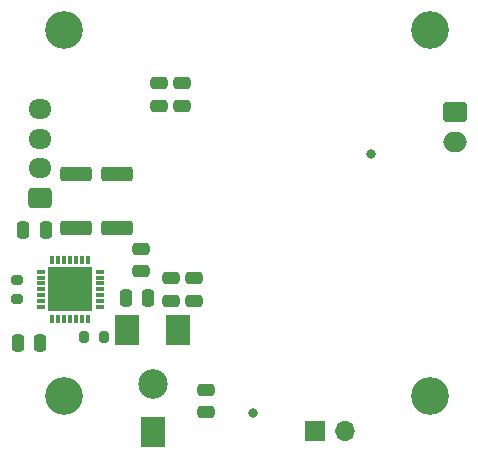
<source format=gbr>
%TF.GenerationSoftware,KiCad,Pcbnew,(6.0.5)*%
%TF.CreationDate,2022-06-02T01:51:08+02:00*%
%TF.ProjectId,Hardware,48617264-7761-4726-952e-6b696361645f,rev?*%
%TF.SameCoordinates,Original*%
%TF.FileFunction,Soldermask,Bot*%
%TF.FilePolarity,Negative*%
%FSLAX46Y46*%
G04 Gerber Fmt 4.6, Leading zero omitted, Abs format (unit mm)*
G04 Created by KiCad (PCBNEW (6.0.5)) date 2022-06-02 01:51:08*
%MOMM*%
%LPD*%
G01*
G04 APERTURE LIST*
G04 Aperture macros list*
%AMRoundRect*
0 Rectangle with rounded corners*
0 $1 Rounding radius*
0 $2 $3 $4 $5 $6 $7 $8 $9 X,Y pos of 4 corners*
0 Add a 4 corners polygon primitive as box body*
4,1,4,$2,$3,$4,$5,$6,$7,$8,$9,$2,$3,0*
0 Add four circle primitives for the rounded corners*
1,1,$1+$1,$2,$3*
1,1,$1+$1,$4,$5*
1,1,$1+$1,$6,$7*
1,1,$1+$1,$8,$9*
0 Add four rect primitives between the rounded corners*
20,1,$1+$1,$2,$3,$4,$5,0*
20,1,$1+$1,$4,$5,$6,$7,0*
20,1,$1+$1,$6,$7,$8,$9,0*
20,1,$1+$1,$8,$9,$2,$3,0*%
G04 Aperture macros list end*
%ADD10C,0.800000*%
%ADD11C,3.200000*%
%ADD12RoundRect,0.250000X0.725000X-0.600000X0.725000X0.600000X-0.725000X0.600000X-0.725000X-0.600000X0*%
%ADD13O,1.950000X1.700000*%
%ADD14O,2.000000X1.700000*%
%ADD15RoundRect,0.250000X-0.750000X0.600000X-0.750000X-0.600000X0.750000X-0.600000X0.750000X0.600000X0*%
%ADD16RoundRect,0.250000X0.475000X-0.250000X0.475000X0.250000X-0.475000X0.250000X-0.475000X-0.250000X0*%
%ADD17O,1.700000X1.700000*%
%ADD18R,1.700000X1.700000*%
%ADD19RoundRect,0.250000X-0.475000X0.250000X-0.475000X-0.250000X0.475000X-0.250000X0.475000X0.250000X0*%
%ADD20RoundRect,0.250000X-0.250000X-0.475000X0.250000X-0.475000X0.250000X0.475000X-0.250000X0.475000X0*%
%ADD21R,0.800000X0.300000*%
%ADD22R,0.300000X0.800000*%
%ADD23R,3.800000X3.800000*%
%ADD24RoundRect,0.200000X-0.275000X0.200000X-0.275000X-0.200000X0.275000X-0.200000X0.275000X0.200000X0*%
%ADD25RoundRect,0.200000X-0.200000X-0.275000X0.200000X-0.275000X0.200000X0.275000X-0.200000X0.275000X0*%
%ADD26RoundRect,0.250000X1.075000X-0.362500X1.075000X0.362500X-1.075000X0.362500X-1.075000X-0.362500X0*%
%ADD27C,2.500000*%
%ADD28R,2.000000X2.500000*%
G04 APERTURE END LIST*
D10*
%TO.C,SW1*%
X126000000Y-110500000D03*
%TD*%
D11*
%TO.C,H2*%
X131000000Y-100000000D03*
%TD*%
D12*
%TO.C,J2*%
X97975000Y-114250000D03*
D13*
X97975000Y-111750000D03*
X97975000Y-109250000D03*
X97975000Y-106750000D03*
%TD*%
D10*
%TO.C,SW2*%
X116000000Y-132500000D03*
%TD*%
D11*
%TO.C,H1*%
X100000000Y-100000000D03*
%TD*%
D14*
%TO.C,J1*%
X133050000Y-109500000D03*
D15*
X133050000Y-107000000D03*
%TD*%
D16*
%TO.C,C15*%
X108000000Y-106450000D03*
X108000000Y-104550000D03*
%TD*%
D11*
%TO.C,H3*%
X100000000Y-131000000D03*
%TD*%
%TO.C,H4*%
X131000000Y-131000000D03*
%TD*%
D17*
%TO.C,J3*%
X123765000Y-134000000D03*
D18*
X121225000Y-134000000D03*
%TD*%
D19*
%TO.C,C14*%
X110000000Y-104550000D03*
X110000000Y-106450000D03*
%TD*%
D16*
%TO.C,C5*%
X111000000Y-122950000D03*
X111000000Y-121050000D03*
%TD*%
D19*
%TO.C,C1*%
X106500000Y-118550000D03*
X106500000Y-120450000D03*
%TD*%
%TO.C,C3*%
X109000000Y-121050000D03*
X109000000Y-122950000D03*
%TD*%
D20*
%TO.C,C8*%
X105215009Y-122723880D03*
X107115009Y-122723880D03*
%TD*%
D21*
%TO.C,IC3*%
X103000000Y-120500000D03*
X103000000Y-121000000D03*
X103000000Y-121500000D03*
X103000000Y-122000000D03*
X103000000Y-122500000D03*
X103000000Y-123000000D03*
X103000000Y-123500000D03*
D22*
X102000000Y-124500000D03*
X101500000Y-124500000D03*
X101000000Y-124500000D03*
X100500000Y-124500000D03*
X100000000Y-124500000D03*
X99500000Y-124500000D03*
X99000000Y-124500000D03*
D21*
X98000000Y-123500000D03*
X98000000Y-123000000D03*
X98000000Y-122500000D03*
X98000000Y-122000000D03*
X98000000Y-121500000D03*
X98000000Y-121000000D03*
X98000000Y-120500000D03*
D22*
X99000000Y-119500000D03*
X99500000Y-119500000D03*
X100000000Y-119500000D03*
X100500000Y-119500000D03*
X101000000Y-119500000D03*
X101500000Y-119500000D03*
X102000000Y-119500000D03*
D23*
X100500000Y-122000000D03*
%TD*%
D24*
%TO.C,R4*%
X96000000Y-121175000D03*
X96000000Y-122825000D03*
%TD*%
D25*
%TO.C,R5*%
X101675000Y-126000000D03*
X103325000Y-126000000D03*
%TD*%
D20*
%TO.C,C11*%
X97950000Y-126500000D03*
X96050000Y-126500000D03*
%TD*%
D26*
%TO.C,R2*%
X101000000Y-116812500D03*
X101000000Y-112187500D03*
%TD*%
D20*
%TO.C,C6*%
X96550000Y-117000000D03*
X98450000Y-117000000D03*
%TD*%
D27*
%TO.C,RV1*%
X107500000Y-130050000D03*
D28*
X109650000Y-125450000D03*
X107500000Y-134100000D03*
X105350000Y-125450000D03*
%TD*%
D19*
%TO.C,C4*%
X112000000Y-132400000D03*
X112000000Y-130500000D03*
%TD*%
D26*
%TO.C,R1*%
X104500000Y-116812500D03*
X104500000Y-112187500D03*
%TD*%
M02*

</source>
